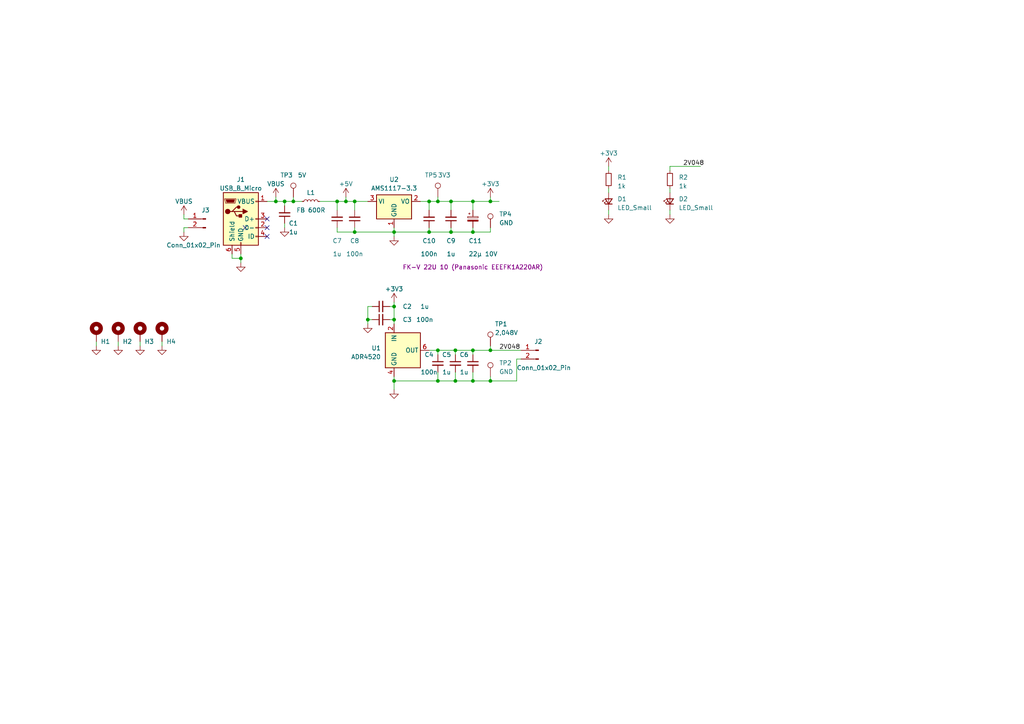
<source format=kicad_sch>
(kicad_sch (version 20230121) (generator eeschema)
  (paper "A4")
  (lib_symbols
    (symbol "Connector:Conn_01x02_Pin" (pin_names (offset 1.016) hide)
      (property "Reference" "J" (at 0 2.54 0))
      (property "Value" "Conn_01x02_Pin" (at 0 -5.08 0))
      (symbol "Conn_01x02_Pin_1_1"
        (polyline (pts (xy 1.27 -2.54) (xy 0.8636 -2.54)) (stroke (width 0.1524)))
        (polyline (pts (xy 1.27 0) (xy 0.8636 0)) (stroke (width 0.1524)))
        (rectangle (start 0.8636 -2.413) (end 0 -2.667) (stroke (width 0.1524)) (fill (type outline)))
        (rectangle (start 0.8636 0.127) (end 0 -0.127) (stroke (width 0.1524)) (fill (type outline)))
        (pin passive line (at 5.08 0 180) (length 3.81) (name "Pin_1") (number "1"))
        (pin passive line (at 5.08 -2.54 180) (length 3.81) (name "Pin_2") (number "2"))
      )
    )
    (symbol "Connector:TestPoint" (pin_numbers hide) (pin_names (offset 0.762) hide)
      (property "Reference" "TP" (at 0 6.858 0))
      (property "Value" "TestPoint" (at 0 5.08 0))
      (symbol "TestPoint_0_1"
        (circle (center 0 3.302) (radius 0.762))
      )
      (symbol "TestPoint_1_1"
        (pin passive line (at 0 0 90) (length 2.54) (name "1") (number "1"))
      )
    )
    (symbol "Connector:USB_B_Micro" (pin_names (offset 1.016))
      (property "Reference" "J" (at -5.08 11.43 0))
      (property "Value" "USB_B_Micro" (at -5.08 8.89 0))
      (symbol "USB_B_Micro_0_1"
        (rectangle (start -5.08 -7.62) (end 5.08 7.62) (stroke (width 0.254)) (fill (type background)))
        (circle (center -3.81 2.159) (radius 0.635) (stroke (width 0.254)) (fill (type outline)))
        (circle (center -0.635 3.429) (radius 0.381) (stroke (width 0.254)) (fill (type outline)))
        (rectangle (start -0.127 -7.62) (end 0.127 -6.858))
        (polyline (pts (xy -1.905 2.159) (xy 0.635 2.159)) (stroke (width 0.254)))
        (polyline (pts (xy -3.175 2.159) (xy -2.54 2.159) (xy -1.27 3.429) (xy -0.635 3.429)) (stroke (width 0.254)))
        (polyline (pts (xy -2.54 2.159) (xy -1.905 2.159) (xy -1.27 0.889) (xy 0 0.889)) (stroke (width 0.254)))
        (polyline (pts (xy 0.635 2.794) (xy 0.635 1.524) (xy 1.905 2.159) (xy 0.635 2.794)) (stroke (width 0.254)) (fill (type outline)))
        (polyline (pts (xy -4.318 5.588) (xy -1.778 5.588) (xy -2.032 4.826) (xy -4.064 4.826) (xy -4.318 5.588)) (fill (type outline)))
        (polyline (pts (xy -4.699 5.842) (xy -4.699 5.588) (xy -4.445 4.826) (xy -4.445 4.572) (xy -1.651 4.572) (xy -1.651 4.826) (xy -1.397 5.588) (xy -1.397 5.842) (xy -4.699 5.842)))
        (rectangle (start 0.254 1.27) (end -0.508 0.508) (stroke (width 0.254)) (fill (type outline)))
        (rectangle (start 5.08 -5.207) (end 4.318 -4.953))
        (rectangle (start 5.08 -2.667) (end 4.318 -2.413))
        (rectangle (start 5.08 -0.127) (end 4.318 0.127))
        (rectangle (start 5.08 4.953) (end 4.318 5.207))
      )
      (symbol "USB_B_Micro_1_1"
        (pin power_out line (at 7.62 5.08 180) (length 2.54) (name "VBUS") (number "1"))
        (pin bidirectional line (at 7.62 -2.54 180) (length 2.54) (name "D-") (number "2"))
        (pin bidirectional line (at 7.62 0 180) (length 2.54) (name "D+") (number "3"))
        (pin passive line (at 7.62 -5.08 180) (length 2.54) (name "ID") (number "4"))
        (pin power_out line (at 0 -10.16 90) (length 2.54) (name "GND") (number "5"))
        (pin passive line (at -2.54 -10.16 90) (length 2.54) (name "Shield") (number "6"))
      )
    )
    (symbol "Device:C_Polarized_Small" (pin_numbers hide) (pin_names (offset 0.254) hide)
      (property "Reference" "C" (at 0.254 1.778 0))
      (property "Value" "C_Polarized_Small" (at 0.254 -2.032 0))
      (symbol "C_Polarized_Small_0_1"
        (rectangle (start -1.524 -0.3048) (end 1.524 -0.6858) (fill (type outline)))
        (rectangle (start -1.524 0.6858) (end 1.524 0.3048))
        (polyline (pts (xy -1.27 1.524) (xy -0.762 1.524)))
        (polyline (pts (xy -1.016 1.27) (xy -1.016 1.778)))
      )
      (symbol "C_Polarized_Small_1_1"
        (pin passive line (at 0 2.54 270) (length 1.8542) (name "~") (number "1"))
        (pin passive line (at 0 -2.54 90) (length 1.8542) (name "~") (number "2"))
      )
    )
    (symbol "Device:C_Small" (pin_numbers hide) (pin_names (offset 0.254) hide)
      (property "Reference" "C" (at 0.254 1.778 0))
      (property "Value" "C_Small" (at 0.254 -2.032 0))
      (symbol "C_Small_0_1"
        (polyline (pts (xy -1.524 -0.508) (xy 1.524 -0.508)) (stroke (width 0.3302)))
        (polyline (pts (xy -1.524 0.508) (xy 1.524 0.508)) (stroke (width 0.3048)))
      )
      (symbol "C_Small_1_1"
        (pin passive line (at 0 2.54 270) (length 2.032) (name "~") (number "1"))
        (pin passive line (at 0 -2.54 90) (length 2.032) (name "~") (number "2"))
      )
    )
    (symbol "Device:LED_Small" (pin_numbers hide) (pin_names (offset 0.254) hide)
      (property "Reference" "D" (at -1.27 3.175 0))
      (property "Value" "LED_Small" (at -4.445 -2.54 0))
      (symbol "LED_Small_0_1"
        (polyline (pts (xy -0.762 -1.016) (xy -0.762 1.016)) (stroke (width 0.254)))
        (polyline (pts (xy 1.016 0) (xy -0.762 0)))
        (polyline (pts (xy 0.762 -1.016) (xy -0.762 0) (xy 0.762 1.016) (xy 0.762 -1.016)) (stroke (width 0.254)))
        (polyline (pts (xy 0 0.762) (xy -0.508 1.27) (xy -0.254 1.27) (xy -0.508 1.27) (xy -0.508 1.016)))
        (polyline (pts (xy 0.508 1.27) (xy 0 1.778) (xy 0.254 1.778) (xy 0 1.778) (xy 0 1.524)))
      )
      (symbol "LED_Small_1_1"
        (pin passive line (at -2.54 0 0) (length 1.778) (name "K") (number "1"))
        (pin passive line (at 2.54 0 180) (length 1.778) (name "A") (number "2"))
      )
    )
    (symbol "Device:L_Small" (pin_numbers hide) (pin_names (offset 0.254) hide)
      (property "Reference" "L" (at 0.762 1.016 0))
      (property "Value" "L_Small" (at 0.762 -1.016 0))
      (symbol "L_Small_0_1"
        (arc (start 0 -2.032) (mid 0.5058 -1.524) (end 0 -1.016))
        (arc (start 0 -1.016) (mid 0.5058 -0.508) (end 0 0))
        (arc (start 0 0) (mid 0.5058 0.508) (end 0 1.016))
        (arc (start 0 1.016) (mid 0.5058 1.524) (end 0 2.032))
      )
      (symbol "L_Small_1_1"
        (pin passive line (at 0 2.54 270) (length 0.508) (name "~") (number "1"))
        (pin passive line (at 0 -2.54 90) (length 0.508) (name "~") (number "2"))
      )
    )
    (symbol "Device:R_Small" (pin_numbers hide) (pin_names (offset 0.254) hide)
      (property "Reference" "R" (at 0.762 0.508 0))
      (property "Value" "R_Small" (at 0.762 -1.016 0))
      (symbol "R_Small_0_1"
        (rectangle (start -0.762 1.778) (end 0.762 -1.778) (stroke (width 0.2032)))
      )
      (symbol "R_Small_1_1"
        (pin passive line (at 0 2.54 270) (length 0.762) (name "~") (number "1"))
        (pin passive line (at 0 -2.54 90) (length 0.762) (name "~") (number "2"))
      )
    )
    (symbol "Mechanical:MountingHole_Pad" (pin_numbers hide) (pin_names (offset 1.016) hide)
      (property "Reference" "H" (at 0 6.35 0))
      (property "Value" "MountingHole_Pad" (at 0 4.445 0))
      (symbol "MountingHole_Pad_0_1"
        (circle (center 0 1.27) (radius 1.27) (stroke (width 1.27)))
      )
      (symbol "MountingHole_Pad_1_1"
        (pin input line (at 0 -2.54 90) (length 2.54) (name "1") (number "1"))
      )
    )
    (symbol "Reference_Voltage:ADR4520"
      (property "Reference" "U" (at 0 6.35 0))
      (property "Value" "ADR4520" (at 2.54 -6.35 0))
      (symbol "ADR4520_0_0"
        (pin no_connect line (at -5.08 0 0) (length 2.54) hide (name "NC") (number "3"))
        (pin no_connect line (at 5.08 2.54 180) (length 2.54) hide (name "NC") (number "7"))
        (pin no_connect line (at 5.08 -2.54 180) (length 2.54) hide (name "NC") (number "8"))
      )
      (symbol "ADR4520_0_1"
        (rectangle (start -5.08 5.08) (end 5.08 -5.08) (stroke (width 0.254)) (fill (type background)))
      )
      (symbol "ADR4520_1_1"
        (pin no_connect line (at -5.08 2.54 0) (length 2.54) hide (name "NC") (number "1"))
        (pin power_in line (at -2.54 7.62 270) (length 2.54) (name "IN") (number "2"))
        (pin power_in line (at -2.54 -7.62 90) (length 2.54) (name "GND") (number "4"))
        (pin no_connect line (at -5.08 -2.54 0) (length 2.54) hide (name "NC") (number "5"))
        (pin power_out line (at 7.62 0 180) (length 2.54) (name "OUT") (number "6"))
      )
    )
    (symbol "Regulator_Linear:AMS1117-3.3"
      (property "Reference" "U" (at -3.81 3.175 0))
      (property "Value" "AMS1117-3.3" (at 0 3.175 0))
      (symbol "AMS1117-3.3_0_1"
        (rectangle (start -5.08 -5.08) (end 5.08 1.905) (stroke (width 0.254)) (fill (type background)))
      )
      (symbol "AMS1117-3.3_1_1"
        (pin power_in line (at 0 -7.62 90) (length 2.54) (name "GND") (number "1"))
        (pin power_out line (at 7.62 0 180) (length 2.54) (name "VO") (number "2"))
        (pin power_in line (at -7.62 0 0) (length 2.54) (name "VI") (number "3"))
      )
    )
    (symbol "power:+3V3" (power) (pin_names (offset 0))
      (property "Value" "+3V3" (at 0 3.556 0))
      (symbol "+3V3_0_1"
        (polyline (pts (xy -0.762 1.27) (xy 0 2.54)))
        (polyline (pts (xy 0 0) (xy 0 2.54)))
        (polyline (pts (xy 0 2.54) (xy 0.762 1.27)))
      )
      (symbol "+3V3_1_1"
        (pin power_in line (at 0 0 90) (length 0) hide (name "+3V3") (number "1"))
      )
    )
    (symbol "power:+5V" (power) (pin_names (offset 0))
      (property "Value" "+5V" (at 0 3.556 0))
      (symbol "+5V_0_1"
        (polyline (pts (xy -0.762 1.27) (xy 0 2.54)))
        (polyline (pts (xy 0 0) (xy 0 2.54)))
        (polyline (pts (xy 0 2.54) (xy 0.762 1.27)))
      )
      (symbol "+5V_1_1"
        (pin power_in line (at 0 0 90) (length 0) hide (name "+5V") (number "1"))
      )
    )
    (symbol "power:GND" (power) (pin_names (offset 0))
      (property "Value" "GND" (at 0 -3.81 0))
      (symbol "GND_0_1"
        (polyline (pts (xy 0 0) (xy 0 -1.27) (xy 1.27 -1.27) (xy 0 -2.54) (xy -1.27 -1.27) (xy 0 -1.27)))
      )
      (symbol "GND_1_1"
        (pin power_in line (at 0 0 270) (length 0) hide (name "GND") (number "1"))
      )
    )
    (symbol "power:VBUS" (power) (pin_names (offset 0))
      (property "Value" "VBUS" (at 0 3.81 0))
      (symbol "VBUS_0_1"
        (polyline (pts (xy -0.762 1.27) (xy 0 2.54)))
        (polyline (pts (xy 0 0) (xy 0 2.54)))
        (polyline (pts (xy 0 2.54) (xy 0.762 1.27)))
      )
      (symbol "VBUS_1_1"
        (pin power_in line (at 0 0 90) (length 0) hide (name "VBUS") (number "1"))
      )
    )
  )
  (junction (at 114.3 67.31))
  (junction (at 142.24 110.49))
  (junction (at 127 110.49))
  (junction (at 85.09 58.42))
  (junction (at 114.3 110.49))
  (junction (at 127 101.6))
  (junction (at 127 58.42))
  (junction (at 124.46 58.42))
  (junction (at 114.3 92.71))
  (junction (at 69.85 74.93))
  (junction (at 114.3 88.9))
  (junction (at 97.79 58.42))
  (junction (at 124.46 67.31))
  (junction (at 137.16 58.42))
  (junction (at 132.08 110.49))
  (junction (at 132.08 101.6))
  (junction (at 102.87 67.31))
  (junction (at 137.16 101.6))
  (junction (at 82.55 58.42))
  (junction (at 80.01 58.42))
  (junction (at 137.16 110.49))
  (junction (at 106.68 92.71))
  (junction (at 130.81 58.42))
  (junction (at 137.16 67.31))
  (junction (at 102.87 58.42))
  (junction (at 130.81 67.31))
  (junction (at 142.24 101.6))
  (junction (at 100.33 58.42))
  (junction (at 142.24 58.42))
  (no_connect (at 71.12 66.04))
  (no_connect (at 77.47 63.5))
  (no_connect (at 77.47 66.04))
  (no_connect (at 77.47 68.58))
  (wire (pts (xy 85.09 58.42) (xy 87.63 58.42)))
  (wire (pts (xy 127 101.6) (xy 132.08 101.6)))
  (wire (pts (xy 27.94 99.06) (xy 27.94 100.33)))
  (wire (pts (xy 102.87 58.42) (xy 106.68 58.42)))
  (wire (pts (xy 67.31 74.93) (xy 69.85 74.93)))
  (wire (pts (xy 142.24 109.22) (xy 142.24 110.49)))
  (wire (pts (xy 114.3 66.04) (xy 114.3 67.31)))
  (wire (pts (xy 97.79 66.04) (xy 97.79 67.31)))
  (wire (pts (xy 92.71 58.42) (xy 97.79 58.42)))
  (wire (pts (xy 82.55 64.77) (xy 82.55 66.04)))
  (wire (pts (xy 114.3 92.71) (xy 114.3 93.98)))
  (wire (pts (xy 130.81 67.31) (xy 137.16 67.31)))
  (wire (pts (xy 67.31 73.66) (xy 67.31 74.93)))
  (wire (pts (xy 137.16 58.42) (xy 137.16 60.96)))
  (wire (pts (xy 176.53 48.26) (xy 176.53 49.53)))
  (wire (pts (xy 114.3 110.49) (xy 127 110.49)))
  (wire (pts (xy 149.86 104.14) (xy 151.13 104.14)))
  (wire (pts (xy 102.87 58.42) (xy 102.87 60.96)))
  (wire (pts (xy 114.3 110.49) (xy 114.3 113.03)))
  (wire (pts (xy 124.46 58.42) (xy 127 58.42)))
  (wire (pts (xy 194.31 48.26) (xy 203.2 48.26)))
  (wire (pts (xy 194.31 60.96) (xy 194.31 62.23)))
  (wire (pts (xy 106.68 92.71) (xy 107.95 92.71)))
  (wire (pts (xy 142.24 58.42) (xy 144.78 58.42)))
  (wire (pts (xy 127 110.49) (xy 132.08 110.49)))
  (wire (pts (xy 77.47 58.42) (xy 80.01 58.42)))
  (wire (pts (xy 34.29 99.06) (xy 34.29 100.33)))
  (wire (pts (xy 69.85 74.93) (xy 69.85 76.2)))
  (wire (pts (xy 97.79 58.42) (xy 97.79 60.96)))
  (wire (pts (xy 176.53 60.96) (xy 176.53 62.23)))
  (wire (pts (xy 132.08 101.6) (xy 132.08 102.87)))
  (wire (pts (xy 114.3 88.9) (xy 114.3 92.71)))
  (wire (pts (xy 97.79 58.42) (xy 100.33 58.42)))
  (wire (pts (xy 113.03 88.9) (xy 114.3 88.9)))
  (wire (pts (xy 132.08 101.6) (xy 137.16 101.6)))
  (wire (pts (xy 80.01 58.42) (xy 82.55 58.42)))
  (wire (pts (xy 137.16 101.6) (xy 137.16 102.87)))
  (wire (pts (xy 100.33 58.42) (xy 102.87 58.42)))
  (wire (pts (xy 80.01 57.15) (xy 80.01 58.42)))
  (wire (pts (xy 100.33 57.15) (xy 100.33 58.42)))
  (wire (pts (xy 124.46 66.04) (xy 124.46 67.31)))
  (wire (pts (xy 114.3 67.31) (xy 114.3 68.58)))
  (wire (pts (xy 69.85 73.66) (xy 69.85 74.93)))
  (wire (pts (xy 137.16 110.49) (xy 142.24 110.49)))
  (wire (pts (xy 82.55 58.42) (xy 85.09 58.42)))
  (wire (pts (xy 194.31 54.61) (xy 194.31 55.88)))
  (wire (pts (xy 127 101.6) (xy 127 102.87)))
  (wire (pts (xy 149.86 110.49) (xy 149.86 104.14)))
  (wire (pts (xy 127 110.49) (xy 127 107.95)))
  (wire (pts (xy 132.08 110.49) (xy 132.08 107.95)))
  (wire (pts (xy 142.24 110.49) (xy 149.86 110.49)))
  (wire (pts (xy 124.46 101.6) (xy 127 101.6)))
  (wire (pts (xy 124.46 67.31) (xy 130.81 67.31)))
  (wire (pts (xy 137.16 107.95) (xy 137.16 110.49)))
  (wire (pts (xy 85.09 57.15) (xy 85.09 58.42)))
  (wire (pts (xy 142.24 100.33) (xy 142.24 101.6)))
  (wire (pts (xy 137.16 67.31) (xy 142.24 67.31)))
  (wire (pts (xy 127 57.15) (xy 127 58.42)))
  (wire (pts (xy 97.79 67.31) (xy 102.87 67.31)))
  (wire (pts (xy 142.24 101.6) (xy 151.13 101.6)))
  (wire (pts (xy 127 58.42) (xy 130.81 58.42)))
  (wire (pts (xy 176.53 54.61) (xy 176.53 55.88)))
  (wire (pts (xy 106.68 88.9) (xy 106.68 92.71)))
  (wire (pts (xy 53.34 66.04) (xy 53.34 67.31)))
  (wire (pts (xy 82.55 58.42) (xy 82.55 59.69)))
  (wire (pts (xy 124.46 60.96) (xy 124.46 58.42)))
  (wire (pts (xy 107.95 88.9) (xy 106.68 88.9)))
  (wire (pts (xy 114.3 67.31) (xy 124.46 67.31)))
  (wire (pts (xy 54.61 63.5) (xy 53.34 63.5)))
  (wire (pts (xy 106.68 93.98) (xy 106.68 92.71)))
  (wire (pts (xy 137.16 58.42) (xy 142.24 58.42)))
  (wire (pts (xy 130.81 67.31) (xy 130.81 66.04)))
  (wire (pts (xy 114.3 87.63) (xy 114.3 88.9)))
  (wire (pts (xy 54.61 66.04) (xy 53.34 66.04)))
  (wire (pts (xy 194.31 48.26) (xy 194.31 49.53)))
  (wire (pts (xy 40.64 99.06) (xy 40.64 100.33)))
  (wire (pts (xy 137.16 101.6) (xy 142.24 101.6)))
  (wire (pts (xy 130.81 58.42) (xy 137.16 58.42)))
  (wire (pts (xy 114.3 109.22) (xy 114.3 110.49)))
  (wire (pts (xy 142.24 66.04) (xy 142.24 67.31)))
  (wire (pts (xy 53.34 62.23) (xy 53.34 63.5)))
  (wire (pts (xy 102.87 66.04) (xy 102.87 67.31)))
  (wire (pts (xy 132.08 110.49) (xy 137.16 110.49)))
  (wire (pts (xy 142.24 57.15) (xy 142.24 58.42)))
  (wire (pts (xy 121.92 58.42) (xy 124.46 58.42)))
  (wire (pts (xy 113.03 92.71) (xy 114.3 92.71)))
  (wire (pts (xy 46.99 99.06) (xy 46.99 100.33)))
  (wire (pts (xy 137.16 66.04) (xy 137.16 67.31)))
  (wire (pts (xy 102.87 67.31) (xy 114.3 67.31)))
  (wire (pts (xy 130.81 58.42) (xy 130.81 60.96)))
  (label "2V048" (at 144.78 101.6 0))
  (label "2V048" (at 198.12 48.26 0))
  (symbol (lib_id "Device:R_Small") (at 176.53 52.07 0) (unit 1)
    (property "Reference" "R1" (at 179.07 51.435 0) (effects (justify left)))
    (property "Value" "1k" (at 179.07 53.975 0) (effects (justify left)))
    (property "Footprint" "Resistor_SMD:R_0603_1608Metric_Pad0.98x0.95mm_HandSolder" (effects hide))
  )
  (symbol (lib_id "power:GND") (at 106.68 93.98 0) (unit 1)
    (property "Reference" "#PWR05" (effects hide))
    (property "Value" "GND" (effects hide))
  )
  (symbol (lib_id "Mechanical:MountingHole_Pad") (at 27.94 96.52 0) (unit 1)
    (property "Reference" "H1" (at 29.21 99.06 0) (effects (justify left)))
    (property "Value" "MountingHole_Pad" (effects hide))
    (property "Footprint" "MountingHole:MountingHole_3.2mm_M3_DIN965_Pad" (effects hide))
  )
  (symbol (lib_id "Device:C_Small") (at 132.08 105.41 0) (unit 1)
    (property "Reference" "C5" (at 129.54 102.87 0))
    (property "Value" "1u" (at 129.54 107.95 0))
    (property "Footprint" "Capacitor_SMD:C_0603_1608Metric_Pad1.08x0.95mm_HandSolder" (effects hide))
  )
  (symbol (lib_id "Device:C_Small") (at 97.79 63.5 180) (unit 1)
    (property "Reference" "C7" (at 97.79 69.85 0))
    (property "Value" "1u" (at 97.79 73.66 0))
    (property "Footprint" "Capacitor_SMD:C_0603_1608Metric_Pad1.08x0.95mm_HandSolder" (effects hide))
  )
  (symbol (lib_id "power:GND") (at 69.85 76.2 0) (unit 1)
    (property "Reference" "#PWR03" (effects hide))
    (property "Value" "GND" (effects hide))
  )
  (symbol (lib_id "Regulator_Linear:AMS1117-3.3") (at 114.3 58.42 0) (unit 1)
    (property "Reference" "U2" (at 114.3 52.07 0))
    (property "Value" "AMS1117-3.3" (at 114.3 54.61 0))
    (property "Footprint" "Package_TO_SOT_SMD:SOT-223-3_TabPin2" (effects hide))
    (property "Datasheet" "http://www.advanced-monolithic.com/pdf/ds1117.pdf" (effects hide))
  )
  (symbol (lib_id "Device:C_Small") (at 102.87 63.5 180) (unit 1)
    (property "Reference" "C8" (at 102.87 69.85 0))
    (property "Value" "100n" (at 102.87 73.66 0))
    (property "Footprint" "Capacitor_SMD:C_0603_1608Metric_Pad1.08x0.95mm_HandSolder" (effects hide))
  )
  (symbol (lib_id "Device:L_Small") (at 90.17 58.42 90) (unit 1)
    (property "Reference" "L1" (at 90.17 55.88 90))
    (property "Value" "FB 600R" (at 90.17 60.96 90))
    (property "Footprint" "Inductor_SMD:L_0603_1608Metric_Pad1.05x0.95mm_HandSolder" (effects hide))
  )
  (symbol (lib_id "Device:LED_Small") (at 176.53 58.42 90) (unit 1)
    (property "Reference" "D1" (at 179.07 57.7215 90) (effects (justify right)))
    (property "Value" "LED_Small" (at 179.07 60.2615 90) (effects (justify right)))
    (property "Footprint" "LED_SMD:LED_0603_1608Metric_Pad1.05x0.95mm_HandSolder" (effects hide))
  )
  (symbol (lib_id "power:+3V3") (at 142.24 57.15 0) (unit 1)
    (property "Reference" "#PWR04" (effects hide))
    (property "Value" "+3V3" (at 142.24 53.34 0))
  )
  (symbol (lib_id "Connector:USB_B_Micro") (at 69.85 63.5 0) (unit 1)
    (property "Reference" "J1" (at 69.85 52.07 0))
    (property "Value" "USB_B_Micro" (at 69.85 54.61 0))
    (property "Footprint" "Connector_USB:USB_Micro-B_Wuerth_629105150521" (effects hide))
  )
  (symbol (lib_id "Connector:TestPoint") (at 142.24 66.04 0) (unit 1)
    (property "Reference" "TP4" (at 144.78 62.103 0) (effects (justify left)))
    (property "Value" "GND" (at 144.78 64.643 0) (effects (justify left)))
    (property "Footprint" "TestPoint:TestPoint_Loop_D3.50mm_Drill1.4mm_Beaded" (effects hide))
  )
  (symbol (lib_id "Connector:TestPoint") (at 85.09 57.15 0) (unit 1)
    (property "Reference" "TP3" (at 81.28 50.8 0) (effects (justify left)))
    (property "Value" "5V" (at 86.36 50.8 0) (effects (justify left)))
    (property "Footprint" "TestPoint:TestPoint_Loop_D3.50mm_Drill1.4mm_Beaded" (effects hide))
  )
  (symbol (lib_id "power:GND") (at 53.34 67.31 0) (unit 1)
    (property "Reference" "#PWR09" (effects hide))
    (property "Value" "GND" (effects hide))
  )
  (symbol (lib_id "power:VBUS") (at 80.01 57.15 0) (unit 1)
    (property "Reference" "#PWR07" (effects hide))
    (property "Value" "VBUS" (at 80.01 53.34 0))
  )
  (symbol (lib_id "power:GND") (at 40.64 100.33 0) (unit 1)
    (property "Reference" "#PWR012" (effects hide))
    (property "Value" "GND" (effects hide))
  )
  (symbol (lib_id "Device:C_Small") (at 127 105.41 0) (unit 1)
    (property "Reference" "C4" (at 124.46 102.87 0))
    (property "Value" "100n" (at 124.46 107.95 0))
    (property "Footprint" "Capacitor_SMD:C_0603_1608Metric_Pad1.08x0.95mm_HandSolder" (effects hide))
  )
  (symbol (lib_id "Device:C_Small") (at 137.16 105.41 0) (unit 1)
    (property "Reference" "C6" (at 134.62 102.87 0))
    (property "Value" "1u" (at 134.62 107.95 0))
    (property "Footprint" "Capacitor_SMD:C_0603_1608Metric_Pad1.08x0.95mm_HandSolder" (effects hide))
  )
  (symbol (lib_id "Device:C_Small") (at 110.49 88.9 90) (unit 1)
    (property "Reference" "C2" (at 118.11 88.9 90))
    (property "Value" "1u" (at 123.19 88.9 90))
    (property "Footprint" "Capacitor_SMD:C_0603_1608Metric_Pad1.08x0.95mm_HandSolder" (effects hide))
  )
  (symbol (lib_id "Device:C_Small") (at 124.46 63.5 180) (unit 1)
    (property "Reference" "C10" (at 124.46 69.85 0))
    (property "Value" "100n" (at 124.46 73.66 0))
    (property "Footprint" "Capacitor_SMD:C_0603_1608Metric_Pad1.08x0.95mm_HandSolder" (effects hide))
  )
  (symbol (lib_id "Device:LED_Small") (at 194.31 58.42 90) (unit 1)
    (property "Reference" "D2" (at 196.85 57.7215 90) (effects (justify right)))
    (property "Value" "LED_Small" (at 196.85 60.2615 90) (effects (justify right)))
    (property "Footprint" "LED_SMD:LED_0603_1608Metric_Pad1.05x0.95mm_HandSolder" (effects hide))
  )
  (symbol (lib_id "power:GND") (at 27.94 100.33 0) (unit 1)
    (property "Reference" "#PWR010" (effects hide))
    (property "Value" "GND" (effects hide))
  )
  (symbol (lib_id "Connector:Conn_01x02_Pin") (at 59.69 63.5 0) (mirror y) (unit 1)
    (property "Reference" "J3" (at 58.42 60.96 0) (effects (justify right)))
    (property "Value" "Conn_01x02_Pin" (at 48.26 71.12 0) (effects (justify right)))
    (property "Footprint" "Connector_PinHeader_2.54mm:PinHeader_1x02_P2.54mm_Horizontal" (effects hide))
  )
  (symbol (lib_id "Device:C_Small") (at 130.81 63.5 180) (unit 1)
    (property "Reference" "C9" (at 130.81 69.85 0))
    (property "Value" "1u" (at 130.81 73.66 0))
    (property "Footprint" "Capacitor_SMD:C_0603_1608Metric_Pad1.08x0.95mm_HandSolder" (effects hide))
  )
  (symbol (lib_id "Device:C_Small") (at 110.49 92.71 90) (unit 1)
    (property "Reference" "C3" (at 118.11 92.71 90))
    (property "Value" "100n" (at 123.19 92.71 90))
    (property "Footprint" "Capacitor_SMD:C_0603_1608Metric_Pad1.08x0.95mm_HandSolder" (effects hide))
  )
  (symbol (lib_id "Reference_Voltage:ADR4520") (at 116.84 101.6 0) (unit 1)
    (property "Reference" "U1" (at 110.49 100.965 0) (effects (justify right)))
    (property "Value" "ADR4520" (at 110.49 103.505 0) (effects (justify right)))
    (property "Footprint" "Package_SO:SOIC-8_3.9x4.9mm_P1.27mm" (effects hide))
    (property "Datasheet" "https://www.analog.com/media/en/technical-documentation/data-sheets/ADR4520_4525_4530_4533_4540_4550.pdf" (effects hide))
  )
  (symbol (lib_id "power:GND") (at 176.53 62.23 0) (unit 1)
    (property "Reference" "#PWR017" (effects hide))
    (property "Value" "GND" (effects hide))
  )
  (symbol (lib_id "Connector:TestPoint") (at 127 57.15 0) (unit 1)
    (property "Reference" "TP5" (at 123.19 50.8 0) (effects (justify left)))
    (property "Value" "3V3" (at 127 50.8 0) (effects (justify left)))
    (property "Footprint" "TestPoint:TestPoint_Loop_D3.50mm_Drill1.4mm_Beaded" (effects hide))
  )
  (symbol (lib_id "power:GND") (at 34.29 100.33 0) (unit 1)
    (property "Reference" "#PWR011" (effects hide))
    (property "Value" "GND" (effects hide))
  )
  (symbol (lib_id "power:VBUS") (at 53.34 62.23 0) (unit 1)
    (property "Reference" "#PWR08" (effects hide))
    (property "Value" "VBUS" (at 53.34 58.42 0))
  )
  (symbol (lib_id "power:GND") (at 194.31 62.23 0) (unit 1)
    (property "Reference" "#PWR019" (effects hide))
    (property "Value" "GND" (effects hide))
  )
  (symbol (lib_id "Mechanical:MountingHole_Pad") (at 34.29 96.52 0) (unit 1)
    (property "Reference" "H2" (at 35.56 99.06 0) (effects (justify left)))
    (property "Value" "MountingHole_Pad" (effects hide))
    (property "Footprint" "MountingHole:MountingHole_3.2mm_M3_DIN965_Pad" (effects hide))
  )
  (symbol (lib_id "Connector:TestPoint") (at 142.24 109.22 0) (unit 1)
    (property "Reference" "TP2" (at 144.78 105.283 0) (effects (justify left)))
    (property "Value" "GND" (at 144.78 107.823 0) (effects (justify left)))
    (property "Footprint" "TestPoint:TestPoint_Loop_D3.50mm_Drill1.4mm_Beaded" (effects hide))
  )
  (symbol (lib_id "power:GND") (at 82.55 66.04 0) (unit 1)
    (property "Reference" "#PWR02" (effects hide))
    (property "Value" "GND" (effects hide))
  )
  (symbol (lib_id "Device:C_Polarized_Small") (at 137.16 63.5 0) (unit 1)
    (property "Reference" "C11" (at 135.89 69.85 0) (effects (justify left)))
    (property "Value" "22µ 10V" (at 135.89 73.66 0) (effects (justify left)))
    (property "Footprint" "Capacitor_SMD:CP_Elec_4x5.8" (effects hide))
    (property "Info" "FK-V 22U 10 (Panasonic EEEFK1A220AR)" (at 137.16 77.47 0))
  )
  (symbol (lib_id "Device:C_Small") (at 82.55 62.23 180) (unit 1)
    (property "Reference" "C1" (at 85.09 64.77 0))
    (property "Value" "1u" (at 85.09 67.31 0))
    (property "Footprint" "Capacitor_SMD:C_0603_1608Metric_Pad1.08x0.95mm_HandSolder" (effects hide))
  )
  (symbol (lib_id "power:+3V3") (at 114.3 87.63 0) (unit 1)
    (property "Reference" "#PWR014" (effects hide))
    (property "Value" "+3V3" (at 114.3 83.82 0))
  )
  (symbol (lib_id "power:+5V") (at 100.33 57.15 0) (unit 1)
    (property "Reference" "#PWR01" (effects hide))
    (property "Value" "+5V" (at 100.33 53.34 0))
  )
  (symbol (lib_id "Mechanical:MountingHole_Pad") (at 40.64 96.52 0) (unit 1)
    (property "Reference" "H3" (at 41.91 99.06 0) (effects (justify left)))
    (property "Value" "MountingHole_Pad" (effects hide))
    (property "Footprint" "MountingHole:MountingHole_3.2mm_M3_DIN965_Pad" (effects hide))
  )
  (symbol (lib_id "Device:R_Small") (at 194.31 52.07 0) (unit 1)
    (property "Reference" "R2" (at 196.85 51.435 0) (effects (justify left)))
    (property "Value" "1k" (at 196.85 53.975 0) (effects (justify left)))
    (property "Footprint" "Resistor_SMD:R_0603_1608Metric_Pad0.98x0.95mm_HandSolder" (effects hide))
  )
  (symbol (lib_id "power:GND") (at 46.99 100.33 0) (unit 1)
    (property "Reference" "#PWR013" (effects hide))
    (property "Value" "GND" (effects hide))
  )
  (symbol (lib_id "power:GND") (at 114.3 68.58 0) (unit 1)
    (property "Reference" "#PWR015" (effects hide))
    (property "Value" "GND" (effects hide))
  )
  (symbol (lib_id "Connector:TestPoint") (at 142.24 100.33 0) (unit 1)
    (property "Reference" "TP1" (at 143.51 93.98 0) (effects (justify left)))
    (property "Value" "2,048V" (at 143.51 96.52 0) (effects (justify left)))
    (property "Footprint" "TestPoint:TestPoint_Loop_D3.50mm_Drill1.4mm_Beaded" (effects hide))
  )
  (symbol (lib_id "Connector:Conn_01x02_Pin") (at 156.21 101.6 0) (mirror y) (unit 1)
    (property "Reference" "J2" (at 154.94 99.06 0) (effects (justify right)))
    (property "Value" "Conn_01x02_Pin" (at 149.86 106.68 0) (effects (justify right)))
    (property "Footprint" "Connector_PinHeader_2.54mm:PinHeader_1x02_P2.54mm_Horizontal" (effects hide))
  )
  (symbol (lib_id "power:+3V3") (at 176.53 48.26 0) (unit 1)
    (property "Reference" "#PWR016" (effects hide))
    (property "Value" "+3V3" (at 176.53 44.45 0))
  )
  (symbol (lib_id "power:GND") (at 114.3 113.03 0) (unit 1)
    (property "Reference" "#PWR06" (effects hide))
    (property "Value" "GND" (effects hide))
  )
  (symbol (lib_id "Mechanical:MountingHole_Pad") (at 46.99 96.52 0) (unit 1)
    (property "Reference" "H4" (at 48.26 99.06 0) (effects (justify left)))
    (property "Value" "MountingHole_Pad" (effects hide))
    (property "Footprint" "MountingHole:MountingHole_3.2mm_M3_DIN965_Pad" (effects hide))
  )
)
</source>
